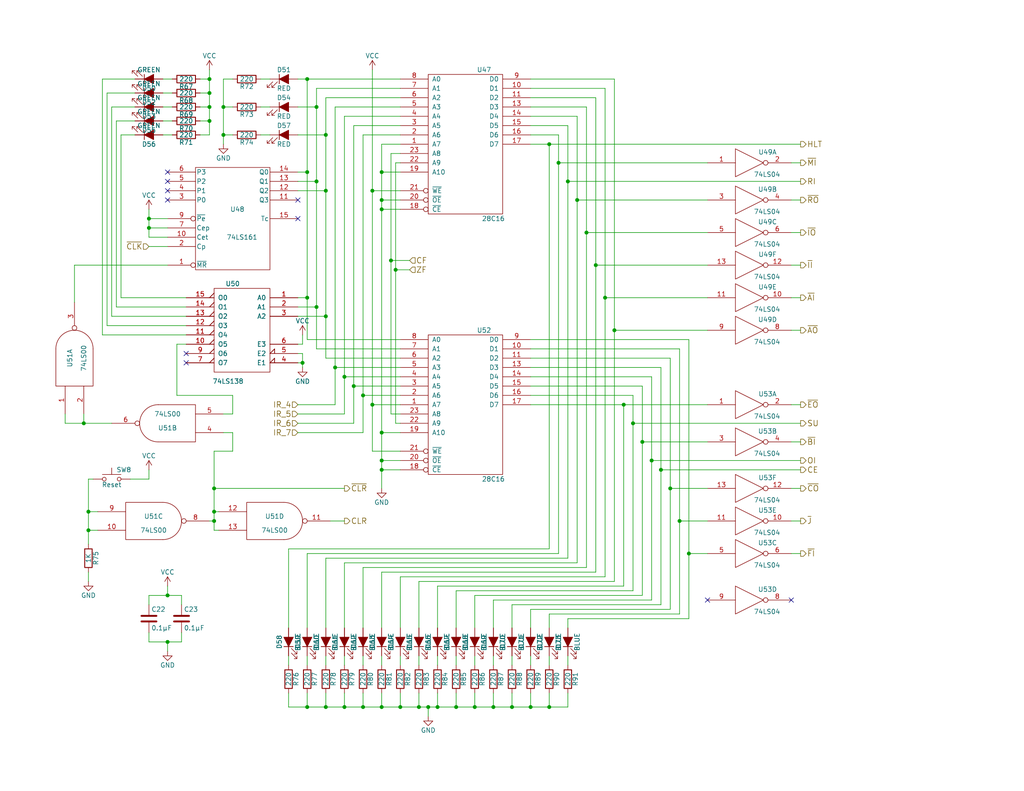
<source format=kicad_sch>
(kicad_sch (version 20230121) (generator eeschema)
  (paper "USLetter")
  (junction (at 167.64 90.17))
  (junction (at 86.36 83.82))
  (junction (at 83.82 193.04))
  (junction (at 139.7 193.04))
  (junction (at 149.86 193.04))
  (junction (at 45.72 175.26))
  (junction (at 57.15 25.4))
  (junction (at 83.82 21.59))
  (junction (at 93.98 193.04))
  (junction (at 124.46 193.04))
  (junction (at 152.4 44.45))
  (junction (at 185.42 142.24))
  (junction (at 180.34 128.27))
  (junction (at 86.36 49.53))
  (junction (at 22.86 115.57))
  (junction (at 86.36 29.21))
  (junction (at 160.02 63.5))
  (junction (at 60.96 29.21))
  (junction (at 88.9 36.83))
  (junction (at 93.98 102.87))
  (junction (at 106.68 71.12))
  (junction (at 104.14 128.27))
  (junction (at 104.14 125.73))
  (junction (at 45.72 162.56))
  (junction (at 165.1 81.28))
  (junction (at 60.96 36.83))
  (junction (at 157.48 54.61))
  (junction (at 99.06 107.95))
  (junction (at 58.42 142.24))
  (junction (at 172.72 115.57))
  (junction (at 88.9 52.07))
  (junction (at 109.22 193.04))
  (junction (at 82.55 99.06))
  (junction (at 182.88 133.35))
  (junction (at 119.38 193.04))
  (junction (at 170.18 110.49))
  (junction (at 58.42 133.35))
  (junction (at 40.64 59.69))
  (junction (at 40.64 62.23))
  (junction (at 129.54 193.04))
  (junction (at 24.13 144.78))
  (junction (at 99.06 193.04))
  (junction (at 162.56 72.39))
  (junction (at 91.44 100.33))
  (junction (at 104.14 118.11))
  (junction (at 57.15 21.59))
  (junction (at 101.6 52.07))
  (junction (at 57.15 33.02))
  (junction (at 88.9 193.04))
  (junction (at 134.62 193.04))
  (junction (at 149.86 39.37))
  (junction (at 187.96 151.13))
  (junction (at 96.52 105.41))
  (junction (at 88.9 86.36))
  (junction (at 24.13 139.7))
  (junction (at 83.82 46.99))
  (junction (at 154.94 49.53))
  (junction (at 58.42 139.7))
  (junction (at 104.14 57.15))
  (junction (at 107.95 73.66))
  (junction (at 116.84 193.04))
  (junction (at 114.3 193.04))
  (junction (at 57.15 29.21))
  (junction (at 104.14 193.04))
  (junction (at 144.78 193.04))
  (junction (at 104.14 54.61))
  (junction (at 83.82 81.28))
  (junction (at 104.14 46.99))
  (junction (at 175.26 120.65))
  (junction (at 177.8 125.73))
  (junction (at 101.6 110.49))
  (no_connect (at 45.72 52.07))
  (no_connect (at 45.72 49.53))
  (no_connect (at 45.72 54.61))
  (no_connect (at 50.8 99.06))
  (no_connect (at 81.28 59.69))
  (no_connect (at 50.8 96.52))
  (no_connect (at 193.04 163.83))
  (no_connect (at 81.28 54.61))
  (no_connect (at 215.9 163.83))
  (no_connect (at 45.72 46.99))
  (wire (pts (xy 49.53 175.26) (xy 49.53 172.72)))
  (wire (pts (xy 144.78 105.41) (xy 175.26 105.41)))
  (wire (pts (xy 175.26 120.65) (xy 175.26 162.56)))
  (wire (pts (xy 218.44 81.28) (xy 215.9 81.28)))
  (wire (pts (xy 104.14 39.37) (xy 104.14 46.99)))
  (wire (pts (xy 88.9 181.61) (xy 88.9 179.07)))
  (wire (pts (xy 144.78 171.45) (xy 144.78 166.37)))
  (wire (pts (xy 104.14 118.11) (xy 109.22 118.11)))
  (wire (pts (xy 88.9 152.4) (xy 154.94 152.4)))
  (wire (pts (xy 149.86 39.37) (xy 149.86 149.86)))
  (wire (pts (xy 187.96 151.13) (xy 193.04 151.13)))
  (wire (pts (xy 185.42 95.25) (xy 185.42 142.24)))
  (wire (pts (xy 99.06 36.83) (xy 99.06 107.95)))
  (wire (pts (xy 101.6 123.19) (xy 109.22 123.19)))
  (wire (pts (xy 99.06 36.83) (xy 109.22 36.83)))
  (wire (pts (xy 40.64 165.1) (xy 40.64 162.56)))
  (wire (pts (xy 109.22 193.04) (xy 114.3 193.04)))
  (wire (pts (xy 93.98 179.07) (xy 93.98 181.61)))
  (wire (pts (xy 83.82 189.23) (xy 83.82 193.04)))
  (wire (pts (xy 73.66 29.21) (xy 71.12 29.21)))
  (wire (pts (xy 116.84 195.58) (xy 116.84 193.04)))
  (wire (pts (xy 83.82 151.13) (xy 152.4 151.13)))
  (wire (pts (xy 129.54 193.04) (xy 134.62 193.04)))
  (wire (pts (xy 180.34 128.27) (xy 180.34 165.1)))
  (wire (pts (xy 29.21 25.4) (xy 36.83 25.4)))
  (wire (pts (xy 93.98 102.87) (xy 93.98 113.03)))
  (wire (pts (xy 114.3 179.07) (xy 114.3 181.61)))
  (wire (pts (xy 46.99 25.4) (xy 44.45 25.4)))
  (wire (pts (xy 187.96 92.71) (xy 187.96 151.13)))
  (wire (pts (xy 22.86 115.57) (xy 30.48 115.57)))
  (wire (pts (xy 57.15 33.02) (xy 54.61 33.02)))
  (wire (pts (xy 24.13 158.75) (xy 24.13 156.21)))
  (wire (pts (xy 215.9 110.49) (xy 218.44 110.49)))
  (wire (pts (xy 96.52 115.57) (xy 81.28 115.57)))
  (wire (pts (xy 60.96 21.59) (xy 60.96 29.21)))
  (wire (pts (xy 139.7 193.04) (xy 139.7 189.23)))
  (wire (pts (xy 83.82 21.59) (xy 109.22 21.59)))
  (wire (pts (xy 81.28 36.83) (xy 88.9 36.83)))
  (wire (pts (xy 218.44 142.24) (xy 215.9 142.24)))
  (wire (pts (xy 40.64 130.81) (xy 35.56 130.81)))
  (wire (pts (xy 218.44 120.65) (xy 215.9 120.65)))
  (wire (pts (xy 88.9 171.45) (xy 88.9 152.4)))
  (wire (pts (xy 93.98 153.67) (xy 157.48 153.67)))
  (wire (pts (xy 99.06 181.61) (xy 99.06 179.07)))
  (wire (pts (xy 109.22 26.67) (xy 88.9 26.67)))
  (wire (pts (xy 96.52 34.29) (xy 96.52 105.41)))
  (wire (pts (xy 167.64 21.59) (xy 167.64 90.17)))
  (wire (pts (xy 57.15 33.02) (xy 57.15 29.21)))
  (wire (pts (xy 144.78 102.87) (xy 177.8 102.87)))
  (wire (pts (xy 63.5 29.21) (xy 60.96 29.21)))
  (wire (pts (xy 83.82 21.59) (xy 83.82 46.99)))
  (wire (pts (xy 160.02 63.5) (xy 193.04 63.5)))
  (wire (pts (xy 49.53 162.56) (xy 49.53 165.1)))
  (wire (pts (xy 149.86 171.45) (xy 149.86 167.64)))
  (wire (pts (xy 81.28 83.82) (xy 86.36 83.82)))
  (wire (pts (xy 124.46 171.45) (xy 124.46 161.29)))
  (wire (pts (xy 144.78 29.21) (xy 160.02 29.21)))
  (wire (pts (xy 107.95 73.66) (xy 107.95 115.57)))
  (wire (pts (xy 40.64 57.15) (xy 40.64 59.69)))
  (wire (pts (xy 45.72 175.26) (xy 49.53 175.26)))
  (wire (pts (xy 86.36 29.21) (xy 86.36 49.53)))
  (wire (pts (xy 144.78 189.23) (xy 144.78 193.04)))
  (wire (pts (xy 88.9 193.04) (xy 93.98 193.04)))
  (wire (pts (xy 144.78 92.71) (xy 187.96 92.71)))
  (wire (pts (xy 119.38 171.45) (xy 119.38 160.02)))
  (wire (pts (xy 180.34 100.33) (xy 180.34 128.27)))
  (wire (pts (xy 82.55 99.06) (xy 82.55 100.33)))
  (wire (pts (xy 160.02 63.5) (xy 160.02 154.94)))
  (wire (pts (xy 111.76 71.12) (xy 106.68 71.12)))
  (wire (pts (xy 36.83 36.83) (xy 33.02 36.83)))
  (wire (pts (xy 57.15 36.83) (xy 57.15 33.02)))
  (wire (pts (xy 71.12 21.59) (xy 73.66 21.59)))
  (wire (pts (xy 144.78 179.07) (xy 144.78 181.61)))
  (wire (pts (xy 218.44 72.39) (xy 215.9 72.39)))
  (wire (pts (xy 25.4 130.81) (xy 24.13 130.81)))
  (wire (pts (xy 104.14 57.15) (xy 104.14 118.11)))
  (wire (pts (xy 83.82 81.28) (xy 83.82 92.71)))
  (wire (pts (xy 24.13 144.78) (xy 26.67 144.78)))
  (wire (pts (xy 106.68 113.03) (xy 109.22 113.03)))
  (wire (pts (xy 107.95 115.57) (xy 109.22 115.57)))
  (wire (pts (xy 157.48 54.61) (xy 193.04 54.61)))
  (wire (pts (xy 48.26 93.98) (xy 48.26 107.95)))
  (wire (pts (xy 81.28 99.06) (xy 82.55 99.06)))
  (wire (pts (xy 218.44 63.5) (xy 215.9 63.5)))
  (wire (pts (xy 109.22 193.04) (xy 109.22 189.23)))
  (wire (pts (xy 109.22 171.45) (xy 109.22 157.48)))
  (wire (pts (xy 63.5 113.03) (xy 60.96 113.03)))
  (wire (pts (xy 149.86 39.37) (xy 218.44 39.37)))
  (wire (pts (xy 185.42 142.24) (xy 185.42 167.64)))
  (wire (pts (xy 104.14 189.23) (xy 104.14 193.04)))
  (wire (pts (xy 119.38 193.04) (xy 119.38 189.23)))
  (wire (pts (xy 116.84 193.04) (xy 119.38 193.04)))
  (wire (pts (xy 78.74 193.04) (xy 78.74 189.23)))
  (wire (pts (xy 134.62 163.83) (xy 177.8 163.83)))
  (wire (pts (xy 152.4 44.45) (xy 152.4 151.13)))
  (wire (pts (xy 78.74 193.04) (xy 83.82 193.04)))
  (wire (pts (xy 215.9 44.45) (xy 218.44 44.45)))
  (wire (pts (xy 114.3 189.23) (xy 114.3 193.04)))
  (wire (pts (xy 83.82 179.07) (xy 83.82 181.61)))
  (wire (pts (xy 86.36 49.53) (xy 86.36 83.82)))
  (wire (pts (xy 24.13 130.81) (xy 24.13 139.7)))
  (wire (pts (xy 83.82 92.71) (xy 109.22 92.71)))
  (wire (pts (xy 160.02 29.21) (xy 160.02 63.5)))
  (wire (pts (xy 86.36 24.13) (xy 86.36 29.21)))
  (wire (pts (xy 144.78 21.59) (xy 167.64 21.59)))
  (wire (pts (xy 17.78 115.57) (xy 17.78 113.03)))
  (wire (pts (xy 109.22 157.48) (xy 165.1 157.48)))
  (wire (pts (xy 144.78 39.37) (xy 149.86 39.37)))
  (wire (pts (xy 129.54 181.61) (xy 129.54 179.07)))
  (wire (pts (xy 45.72 72.39) (xy 20.32 72.39)))
  (wire (pts (xy 48.26 107.95) (xy 63.5 107.95)))
  (wire (pts (xy 83.82 46.99) (xy 83.82 81.28)))
  (wire (pts (xy 114.3 193.04) (xy 116.84 193.04)))
  (wire (pts (xy 99.06 154.94) (xy 160.02 154.94)))
  (wire (pts (xy 134.62 179.07) (xy 134.62 181.61)))
  (wire (pts (xy 58.42 139.7) (xy 58.42 142.24)))
  (wire (pts (xy 36.83 29.21) (xy 30.48 29.21)))
  (wire (pts (xy 96.52 105.41) (xy 109.22 105.41)))
  (wire (pts (xy 58.42 144.78) (xy 59.69 144.78)))
  (wire (pts (xy 106.68 71.12) (xy 106.68 113.03)))
  (wire (pts (xy 149.86 167.64) (xy 185.42 167.64)))
  (wire (pts (xy 124.46 179.07) (xy 124.46 181.61)))
  (wire (pts (xy 109.22 181.61) (xy 109.22 179.07)))
  (wire (pts (xy 129.54 171.45) (xy 129.54 162.56)))
  (wire (pts (xy 50.8 88.9) (xy 29.21 88.9)))
  (wire (pts (xy 71.12 36.83) (xy 73.66 36.83)))
  (wire (pts (xy 33.02 36.83) (xy 33.02 81.28)))
  (wire (pts (xy 129.54 193.04) (xy 129.54 189.23)))
  (wire (pts (xy 40.64 67.31) (xy 45.72 67.31)))
  (wire (pts (xy 124.46 189.23) (xy 124.46 193.04)))
  (wire (pts (xy 157.48 31.75) (xy 157.48 54.61)))
  (wire (pts (xy 93.98 113.03) (xy 81.28 113.03)))
  (wire (pts (xy 175.26 120.65) (xy 193.04 120.65)))
  (wire (pts (xy 58.42 142.24) (xy 57.15 142.24)))
  (wire (pts (xy 144.78 95.25) (xy 185.42 95.25)))
  (wire (pts (xy 93.98 189.23) (xy 93.98 193.04)))
  (wire (pts (xy 144.78 110.49) (xy 170.18 110.49)))
  (wire (pts (xy 144.78 193.04) (xy 149.86 193.04)))
  (wire (pts (xy 24.13 139.7) (xy 26.67 139.7)))
  (wire (pts (xy 40.64 59.69) (xy 45.72 59.69)))
  (wire (pts (xy 134.62 193.04) (xy 139.7 193.04)))
  (wire (pts (xy 50.8 93.98) (xy 48.26 93.98)))
  (wire (pts (xy 154.94 168.91) (xy 187.96 168.91)))
  (wire (pts (xy 144.78 26.67) (xy 162.56 26.67)))
  (wire (pts (xy 175.26 105.41) (xy 175.26 120.65)))
  (wire (pts (xy 81.28 21.59) (xy 83.82 21.59)))
  (wire (pts (xy 30.48 86.36) (xy 50.8 86.36)))
  (wire (pts (xy 81.28 81.28) (xy 83.82 81.28)))
  (wire (pts (xy 78.74 181.61) (xy 78.74 179.07)))
  (wire (pts (xy 44.45 29.21) (xy 46.99 29.21)))
  (wire (pts (xy 109.22 29.21) (xy 91.44 29.21)))
  (wire (pts (xy 104.14 179.07) (xy 104.14 181.61)))
  (wire (pts (xy 101.6 110.49) (xy 101.6 123.19)))
  (wire (pts (xy 170.18 110.49) (xy 193.04 110.49)))
  (wire (pts (xy 31.75 33.02) (xy 31.75 83.82)))
  (wire (pts (xy 172.72 107.95) (xy 172.72 115.57)))
  (wire (pts (xy 104.14 54.61) (xy 104.14 57.15)))
  (wire (pts (xy 124.46 161.29) (xy 172.72 161.29)))
  (wire (pts (xy 81.28 86.36) (xy 88.9 86.36)))
  (wire (pts (xy 144.78 36.83) (xy 152.4 36.83)))
  (wire (pts (xy 78.74 149.86) (xy 78.74 171.45)))
  (wire (pts (xy 93.98 193.04) (xy 99.06 193.04)))
  (wire (pts (xy 57.15 21.59) (xy 57.15 19.05)))
  (wire (pts (xy 139.7 171.45) (xy 139.7 165.1)))
  (wire (pts (xy 101.6 52.07) (xy 101.6 110.49)))
  (wire (pts (xy 218.44 90.17) (xy 215.9 90.17)))
  (wire (pts (xy 114.3 158.75) (xy 167.64 158.75)))
  (wire (pts (xy 104.14 171.45) (xy 104.14 156.21)))
  (wire (pts (xy 111.76 73.66) (xy 107.95 73.66)))
  (wire (pts (xy 81.28 29.21) (xy 86.36 29.21)))
  (wire (pts (xy 149.86 149.86) (xy 78.74 149.86)))
  (wire (pts (xy 40.64 175.26) (xy 45.72 175.26)))
  (wire (pts (xy 101.6 19.05) (xy 101.6 52.07)))
  (wire (pts (xy 81.28 49.53) (xy 86.36 49.53)))
  (wire (pts (xy 104.14 46.99) (xy 109.22 46.99)))
  (wire (pts (xy 144.78 34.29) (xy 154.94 34.29)))
  (wire (pts (xy 144.78 100.33) (xy 180.34 100.33)))
  (wire (pts (xy 109.22 34.29) (xy 96.52 34.29)))
  (wire (pts (xy 93.98 142.24) (xy 90.17 142.24)))
  (wire (pts (xy 154.94 34.29) (xy 154.94 49.53)))
  (wire (pts (xy 129.54 162.56) (xy 175.26 162.56)))
  (wire (pts (xy 82.55 91.44) (xy 82.55 93.98)))
  (wire (pts (xy 91.44 100.33) (xy 91.44 110.49)))
  (wire (pts (xy 40.64 175.26) (xy 40.64 172.72)))
  (wire (pts (xy 24.13 139.7) (xy 24.13 144.78)))
  (wire (pts (xy 182.88 133.35) (xy 182.88 166.37)))
  (wire (pts (xy 157.48 54.61) (xy 157.48 153.67)))
  (wire (pts (xy 82.55 93.98) (xy 81.28 93.98)))
  (wire (pts (xy 177.8 125.73) (xy 177.8 163.83)))
  (wire (pts (xy 45.72 160.02) (xy 45.72 162.56)))
  (wire (pts (xy 134.62 171.45) (xy 134.62 163.83)))
  (wire (pts (xy 109.22 41.91) (xy 106.68 41.91)))
  (wire (pts (xy 81.28 52.07) (xy 88.9 52.07)))
  (wire (pts (xy 96.52 105.41) (xy 96.52 115.57)))
  (wire (pts (xy 86.36 83.82) (xy 86.36 95.25)))
  (wire (pts (xy 27.94 91.44) (xy 50.8 91.44)))
  (wire (pts (xy 109.22 128.27) (xy 104.14 128.27)))
  (wire (pts (xy 91.44 100.33) (xy 109.22 100.33)))
  (wire (pts (xy 93.98 31.75) (xy 93.98 102.87)))
  (wire (pts (xy 139.7 165.1) (xy 180.34 165.1)))
  (wire (pts (xy 104.14 125.73) (xy 104.14 128.27)))
  (wire (pts (xy 139.7 193.04) (xy 144.78 193.04)))
  (wire (pts (xy 83.82 193.04) (xy 88.9 193.04)))
  (wire (pts (xy 114.3 171.45) (xy 114.3 158.75)))
  (wire (pts (xy 154.94 179.07) (xy 154.94 181.61)))
  (wire (pts (xy 180.34 128.27) (xy 218.44 128.27)))
  (wire (pts (xy 93.98 133.35) (xy 58.42 133.35)))
  (wire (pts (xy 88.9 36.83) (xy 88.9 52.07)))
  (wire (pts (xy 119.38 181.61) (xy 119.38 179.07)))
  (wire (pts (xy 177.8 102.87) (xy 177.8 125.73)))
  (wire (pts (xy 63.5 21.59) (xy 60.96 21.59)))
  (wire (pts (xy 31.75 33.02) (xy 36.83 33.02)))
  (wire (pts (xy 58.42 142.24) (xy 58.42 144.78)))
  (wire (pts (xy 218.44 151.13) (xy 215.9 151.13)))
  (wire (pts (xy 30.48 29.21) (xy 30.48 86.36)))
  (wire (pts (xy 109.22 54.61) (xy 104.14 54.61)))
  (wire (pts (xy 17.78 115.57) (xy 22.86 115.57)))
  (wire (pts (xy 104.14 118.11) (xy 104.14 125.73)))
  (wire (pts (xy 218.44 54.61) (xy 215.9 54.61)))
  (wire (pts (xy 109.22 24.13) (xy 86.36 24.13)))
  (wire (pts (xy 139.7 181.61) (xy 139.7 179.07)))
  (wire (pts (xy 109.22 44.45) (xy 107.95 44.45)))
  (wire (pts (xy 27.94 21.59) (xy 27.94 91.44)))
  (wire (pts (xy 144.78 97.79) (xy 182.88 97.79)))
  (wire (pts (xy 104.14 128.27) (xy 104.14 133.35)))
  (wire (pts (xy 99.06 118.11) (xy 81.28 118.11)))
  (wire (pts (xy 88.9 97.79) (xy 109.22 97.79)))
  (wire (pts (xy 165.1 81.28) (xy 165.1 157.48)))
  (wire (pts (xy 20.32 72.39) (xy 20.32 82.55)))
  (wire (pts (xy 88.9 193.04) (xy 88.9 189.23)))
  (wire (pts (xy 107.95 44.45) (xy 107.95 73.66)))
  (wire (pts (xy 99.06 107.95) (xy 99.06 118.11)))
  (wire (pts (xy 182.88 133.35) (xy 193.04 133.35)))
  (wire (pts (xy 144.78 31.75) (xy 157.48 31.75)))
  (wire (pts (xy 162.56 72.39) (xy 162.56 156.21)))
  (wire (pts (xy 58.42 133.35) (xy 58.42 139.7)))
  (wire (pts (xy 45.72 162.56) (xy 49.53 162.56)))
  (wire (pts (xy 58.42 123.19) (xy 63.5 123.19)))
  (wire (pts (xy 124.46 193.04) (xy 129.54 193.04)))
  (wire (pts (xy 63.5 118.11) (xy 60.96 118.11)))
  (wire (pts (xy 86.36 95.25) (xy 109.22 95.25)))
  (wire (pts (xy 109.22 125.73) (xy 104.14 125.73)))
  (wire (pts (xy 149.86 181.61) (xy 149.86 179.07)))
  (wire (pts (xy 58.42 139.7) (xy 59.69 139.7)))
  (wire (pts (xy 99.06 171.45) (xy 99.06 154.94)))
  (wire (pts (xy 40.64 62.23) (xy 45.72 62.23)))
  (wire (pts (xy 149.86 193.04) (xy 154.94 193.04)))
  (wire (pts (xy 185.42 142.24) (xy 193.04 142.24)))
  (wire (pts (xy 144.78 166.37) (xy 182.88 166.37)))
  (wire (pts (xy 40.64 59.69) (xy 40.64 62.23)))
  (wire (pts (xy 104.14 193.04) (xy 109.22 193.04)))
  (wire (pts (xy 152.4 44.45) (xy 193.04 44.45)))
  (wire (pts (xy 83.82 171.45) (xy 83.82 151.13)))
  (wire (pts (xy 101.6 52.07) (xy 109.22 52.07)))
  (wire (pts (xy 36.83 21.59) (xy 27.94 21.59)))
  (wire (pts (xy 60.96 29.21) (xy 60.96 36.83)))
  (wire (pts (xy 29.21 88.9) (xy 29.21 25.4)))
  (wire (pts (xy 57.15 25.4) (xy 57.15 21.59)))
  (wire (pts (xy 149.86 193.04) (xy 149.86 189.23)))
  (wire (pts (xy 45.72 175.26) (xy 45.72 177.8)))
  (wire (pts (xy 82.55 96.52) (xy 82.55 99.06)))
  (wire (pts (xy 109.22 110.49) (xy 101.6 110.49)))
  (wire (pts (xy 40.64 162.56) (xy 45.72 162.56)))
  (wire (pts (xy 162.56 72.39) (xy 193.04 72.39)))
  (wire (pts (xy 134.62 189.23) (xy 134.62 193.04)))
  (wire (pts (xy 119.38 193.04) (xy 124.46 193.04)))
  (wire (pts (xy 91.44 29.21) (xy 91.44 100.33)))
  (wire (pts (xy 93.98 171.45) (xy 93.98 153.67)))
  (wire (pts (xy 88.9 26.67) (xy 88.9 36.83)))
  (wire (pts (xy 144.78 107.95) (xy 172.72 107.95)))
  (wire (pts (xy 162.56 26.67) (xy 162.56 72.39)))
  (wire (pts (xy 99.06 193.04) (xy 99.06 189.23)))
  (wire (pts (xy 99.06 193.04) (xy 104.14 193.04)))
  (wire (pts (xy 88.9 52.07) (xy 88.9 86.36)))
  (wire (pts (xy 165.1 81.28) (xy 193.04 81.28)))
  (wire (pts (xy 119.38 160.02) (xy 170.18 160.02)))
  (wire (pts (xy 40.64 64.77) (xy 45.72 64.77)))
  (wire (pts (xy 22.86 113.03) (xy 22.86 115.57)))
  (wire (pts (xy 91.44 110.49) (xy 81.28 110.49)))
  (wire (pts (xy 106.68 41.91) (xy 106.68 71.12)))
  (wire (pts (xy 154.94 193.04) (xy 154.94 189.23)))
  (wire (pts (xy 144.78 24.13) (xy 165.1 24.13)))
  (wire (pts (xy 154.94 49.53) (xy 218.44 49.53)))
  (wire (pts (xy 60.96 36.83) (xy 63.5 36.83)))
  (wire (pts (xy 40.64 128.27) (xy 40.64 130.81)))
  (wire (pts (xy 167.64 90.17) (xy 167.64 158.75)))
  (wire (pts (xy 63.5 123.19) (xy 63.5 118.11)))
  (wire (pts (xy 104.14 57.15) (xy 109.22 57.15)))
  (wire (pts (xy 165.1 24.13) (xy 165.1 81.28)))
  (wire (pts (xy 93.98 102.87) (xy 109.22 102.87)))
  (wire (pts (xy 93.98 31.75) (xy 109.22 31.75)))
  (wire (pts (xy 104.14 46.99) (xy 104.14 54.61)))
  (wire (pts (xy 218.44 133.35) (xy 215.9 133.35)))
  (wire (pts (xy 54.61 29.21) (xy 57.15 29.21)))
  (wire (pts (xy 88.9 86.36) (xy 88.9 97.79)))
  (wire (pts (xy 154.94 171.45) (xy 154.94 168.91)))
  (wire (pts (xy 54.61 21.59) (xy 57.15 21.59)))
  (wire (pts (xy 57.15 25.4) (xy 54.61 25.4)))
  (wire (pts (xy 24.13 144.78) (xy 24.13 148.59)))
  (wire (pts (xy 177.8 125.73) (xy 218.44 125.73)))
  (wire (pts (xy 57.15 29.21) (xy 57.15 25.4)))
  (wire (pts (xy 172.72 115.57) (xy 172.72 161.29)))
  (wire (pts (xy 182.88 97.79) (xy 182.88 133.35)))
  (wire (pts (xy 81.28 46.99) (xy 83.82 46.99)))
  (wire (pts (xy 152.4 36.83) (xy 152.4 44.45)))
  (wire (pts (xy 60.96 36.83) (xy 60.96 39.37)))
  (wire (pts (xy 54.61 36.83) (xy 57.15 36.83)))
  (wire (pts (xy 154.94 49.53) (xy 154.94 152.4)))
  (wire (pts (xy 63.5 107.95) (xy 63.5 113.03)))
  (wire (pts (xy 46.99 33.02) (xy 44.45 33.02)))
  (wire (pts (xy 99.06 107.95) (xy 109.22 107.95)))
  (wire (pts (xy 104.14 156.21) (xy 162.56 156.21)))
  (wire (pts (xy 44.45 21.59) (xy 46.99 21.59)))
  (wire (pts (xy 187.96 151.13) (xy 187.96 168.91)))
  (wire (pts (xy 58.42 123.19) (xy 58.42 133.35)))
  (wire (pts (xy 170.18 160.02) (xy 170.18 110.49)))
  (wire (pts (xy 172.72 115.57) (xy 218.44 115.57)))
  (wire (pts (xy 44.45 36.83) (xy 46.99 36.83)))
  (wire (pts (xy 81.28 96.52) (xy 82.55 96.52)))
  (wire (pts (xy 40.64 62.23) (xy 40.64 64.77)))
  (wire (pts (xy 33.02 81.28) (xy 50.8 81.28)))
  (wire (pts (xy 31.75 83.82) (xy 50.8 83.82)))
  (wire (pts (xy 104.14 39.37) (xy 109.22 39.37)))
  (wire (pts (xy 167.64 90.17) (xy 193.04 90.17)))
  (hierarchical_label "~{AI}" (shape output) (at 218.44 81.28 0) (effects (font (size 1.524 1.524))))
  (hierarchical_label "CF" (shape input) (at 111.76 71.12 0) (effects (font (size 1.524 1.524))))
  (hierarchical_label "~{IO}" (shape output) (at 218.44 63.5 0) (effects (font (size 1.524 1.524))))
  (hierarchical_label "~{BI}" (shape output) (at 218.44 120.65 0) (effects (font (size 1.524 1.524))))
  (hierarchical_label "~{RO}" (shape output) (at 218.44 54.61 0) (effects (font (size 1.524 1.524))))
  (hierarchical_label "~{MI}" (shape output) (at 218.44 44.45 0) (effects (font (size 1.524 1.524))))
  (hierarchical_label "~{J}" (shape output) (at 218.44 142.24 0) (effects (font (size 1.524 1.524))))
  (hierarchical_label "HLT" (shape output) (at 218.44 39.37 0) (effects (font (size 1.524 1.524))))
  (hierarchical_label "~{II}" (shape output) (at 218.44 72.39 0) (effects (font (size 1.524 1.524))))
  (hierarchical_label "~{FI}" (shape output) (at 218.44 151.13 0) (effects (font (size 1.524 1.524))))
  (hierarchical_label "~{CO}" (shape output) (at 218.44 133.35 0) (effects (font (size 1.524 1.524))))
  (hierarchical_label "IR_4" (shape input) (at 81.28 110.49 180) (effects (font (size 1.524 1.524))))
  (hierarchical_label "~{CLK}" (shape input) (at 40.64 67.31 180) (effects (font (size 1.524 1.524))))
  (hierarchical_label "ZF" (shape input) (at 111.76 73.66 0) (effects (font (size 1.524 1.524))))
  (hierarchical_label "~{EO}" (shape output) (at 218.44 110.49 0) (effects (font (size 1.524 1.524))))
  (hierarchical_label "~{CLR}" (shape output) (at 93.98 133.35 0) (effects (font (size 1.524 1.524))))
  (hierarchical_label "IR_7" (shape input) (at 81.28 118.11 180) (effects (font (size 1.524 1.524))))
  (hierarchical_label "RI" (shape output) (at 218.44 49.53 0) (effects (font (size 1.524 1.524))))
  (hierarchical_label "SU" (shape output) (at 218.44 115.57 0) (effects (font (size 1.524 1.524))))
  (hierarchical_label "IR_6" (shape input) (at 81.28 115.57 180) (effects (font (size 1.524 1.524))))
  (hierarchical_label "CLR" (shape output) (at 93.98 142.24 0) (effects (font (size 1.524 1.524))))
  (hierarchical_label "OI" (shape output) (at 218.44 125.73 0) (effects (font (size 1.524 1.524))))
  (hierarchical_label "CE" (shape output) (at 218.44 128.27 0) (effects (font (size 1.524 1.524))))
  (hierarchical_label "IR_5" (shape input) (at 81.28 113.03 180) (effects (font (size 1.524 1.524))))
  (hierarchical_label "~{AO}" (shape output) (at 218.44 90.17 0) (effects (font (size 1.524 1.524))))
  (symbol (lib_id "8bit-computer-rescue:74LS161-8bit-computer-rescue") (at 63.5 59.69 0) (unit 1)
    (property "Reference" "U48" (at 64.77 57.15 0))
    (property "Value" "74LS161" (at 66.04 64.77 0))
    (property "Footprint" "Package_DIP:DIP-16_W7.62mm" (effects hide))
  )
  (symbol (lib_id "8bit-computer-rescue:74LS138-8bit-computer-rescue") (at 66.04 90.17 0) (mirror y) (unit 1)
    (property "Reference" "U50" (at 63.5 77.47 0))
    (property "Value" "74LS138" (at 62.23 104.1146 0))
    (property "Footprint" "Package_DIP:DIP-16_W7.62mm" (effects hide))
  )
  (symbol (lib_id "8bit-computer-rescue:28C16-8bit-computer-rescue") (at 127 39.37 0) (unit 1)
    (property "Reference" "U47" (at 132.08 19.05 0))
    (property "Value" "28C16" (at 134.62 59.69 0))
    (property "Footprint" "Package_DIP:DIP-24_W15.24mm_Socket" (effects hide))
  )
  (symbol (lib_id "8bit-computer-rescue:28C16-8bit-computer-rescue") (at 127 110.49 0) (unit 1)
    (property "Reference" "U52" (at 132.08 90.17 0))
    (property "Value" "28C16" (at 134.62 130.81 0))
    (property "Footprint" "Package_DIP:DIP-24_W15.24mm_Socket" (effects hide))
  )
  (symbol (lib_id "8bit-computer-rescue:LED_ALT-Device") (at 78.74 175.26 90) (unit 1)
    (property "Reference" "D58" (at 76.2 175.26 0))
    (property "Value" "BLUE" (at 81.28 175.26 0))
    (property "Footprint" "LED_THT:LED_D5.0mm" (effects hide))
  )
  (symbol (lib_id "8bit-computer-rescue:LED_ALT-Device") (at 83.82 175.26 90) (unit 1)
    (property "Reference" "D59" (at 81.28 175.26 0))
    (property "Value" "BLUE" (at 86.36 175.26 0))
    (property "Footprint" "LED_THT:LED_D5.0mm" (effects hide))
  )
  (symbol (lib_id "8bit-computer-rescue:LED_ALT-Device") (at 88.9 175.26 90) (unit 1)
    (property "Reference" "D60" (at 86.36 175.26 0))
    (property "Value" "BLUE" (at 91.44 175.26 0))
    (property "Footprint" "LED_THT:LED_D5.0mm" (effects hide))
  )
  (symbol (lib_id "8bit-computer-rescue:LED_ALT-Device") (at 93.98 175.26 90) (unit 1)
    (property "Reference" "D61" (at 91.44 175.26 0))
    (property "Value" "BLUE" (at 96.52 175.26 0))
    (property "Footprint" "LED_THT:LED_D5.0mm" (effects hide))
  )
  (symbol (lib_id "8bit-computer-rescue:LED_ALT-Device") (at 99.06 175.26 90) (unit 1)
    (property "Reference" "D62" (at 96.52 175.26 0))
    (property "Value" "BLUE" (at 101.6 175.26 0))
    (property "Footprint" "LED_THT:LED_D5.0mm" (effects hide))
  )
  (symbol (lib_id "8bit-computer-rescue:LED_ALT-Device") (at 104.14 175.26 90) (unit 1)
    (property "Reference" "D63" (at 101.6 175.26 0))
    (property "Value" "BLUE" (at 106.68 175.26 0))
    (property "Footprint" "LED_THT:LED_D5.0mm" (effects hide))
  )
  (symbol (lib_id "8bit-computer-rescue:LED_ALT-Device") (at 109.22 175.26 90) (unit 1)
    (property "Reference" "D64" (at 106.68 175.26 0))
    (property "Value" "BLUE" (at 111.76 175.26 0))
    (property "Footprint" "LED_THT:LED_D5.0mm" (effects hide))
  )
  (symbol (lib_id "8bit-computer-rescue:LED_ALT-Device") (at 114.3 175.26 90) (unit 1)
    (property "Reference" "D65" (at 111.76 175.26 0))
    (property "Value" "BLUE" (at 116.84 175.26 0))
    (property "Footprint" "LED_THT:LED_D5.0mm" (effects hide))
  )
  (symbol (lib_id "8bit-computer-rescue:LED_ALT-Device") (at 119.38 175.26 90) (unit 1)
    (property "Reference" "D66" (at 116.84 175.26 0))
    (property "Value" "BLUE" (at 121.92 175.26 0))
    (property "Footprint" "LED_THT:LED_D5.0mm" (effects hide))
  )
  (symbol (lib_id "8bit-computer-rescue:LED_ALT-Device") (at 124.46 175.26 90) (unit 1)
    (property "Reference" "D67" (at 121.92 175.26 0))
    (property "Value" "BLUE" (at 127 175.26 0))
    (property "Footprint" "LED_THT:LED_D5.0mm" (effects hide))
  )
  (symbol (lib_id "8bit-computer-rescue:LED_ALT-Device") (at 129.54 175.26 90) (unit 1)
    (property "Reference" "D68" (at 127 175.26 0))
    (property "Value" "BLUE" (at 132.08 175.26 0))
    (property "Footprint" "LED_THT:LED_D5.0mm" (effects hide))
  )
  (symbol (lib_id "8bit-computer-rescue:LED_ALT-Device") (at 134.62 175.26 90) (unit 1)
    (property "Reference" "D69" (at 132.08 175.26 0))
    (property "Value" "BLUE" (at 137.16 175.26 0))
    (property "Footprint" "LED_THT:LED_D5.0mm" (effects hide))
  )
  (symbol (lib_id "8bit-computer-rescue:LED_ALT-Device") (at 139.7 175.26 90) (unit 1)
    (property "Reference" "D70" (at 137.16 175.26 0))
    (property "Value" "BLUE" (at 142.24 175.26 0))
    (property "Footprint" "LED_THT:LED_D5.0mm" (effects hide))
  )
  (symbol (lib_id "8bit-computer-rescue:LED_ALT-Device") (at 144.78 175.26 90) (unit 1)
    (property "Reference" "D71" (at 142.24 175.26 0))
    (property "Value" "BLUE" (at 147.32 175.26 0))
    (property "Footprint" "LED_THT:LED_D5.0mm" (effects hide))
  )
  (symbol (lib_id "8bit-computer-rescue:LED_ALT-Device") (at 149.86 175.26 90) (unit 1)
    (property "Reference" "D72" (at 147.32 175.26 0))
    (property "Value" "BLUE" (at 152.4 175.26 0))
    (property "Footprint" "LED_THT:LED_D5.0mm" (effects hide))
  )
  (symbol (lib_id "8bit-computer-rescue:LED_ALT-Device") (at 154.94 175.26 90) (unit 1)
    (property "Reference" "D73" (at 152.4 175.26 0))
    (property "Value" "BLUE" (at 157.48 175.26 0))
    (property "Footprint" "LED_THT:LED_D5.0mm" (effects hide))
  )
  (symbol (lib_id "8bit-computer-rescue:74LS04-8bit-computer-rescue") (at 204.47 44.45 0) (unit 1)
    (property "Reference" "U49" (at 209.423 41.529 0))
    (property "Value" "74LS04" (at 209.296 47.625 0))
    (property "Footprint" "Package_DIP:DIP-14_W7.62mm" (effects hide))
  )
  (symbol (lib_id "8bit-computer-rescue:74LS04-8bit-computer-rescue") (at 204.47 54.61 0) (unit 2)
    (property "Reference" "U49" (at 209.423 51.689 0))
    (property "Value" "74LS04" (at 209.296 57.785 0))
    (property "Footprint" "Package_DIP:DIP-14_W7.62mm" (effects hide))
  )
  (symbol (lib_id "8bit-computer-rescue:74LS04-8bit-computer-rescue") (at 204.47 63.5 0) (unit 3)
    (property "Reference" "U49" (at 209.423 60.579 0))
    (property "Value" "74LS04" (at 209.296 66.675 0))
    (property "Footprint" "Package_DIP:DIP-14_W7.62mm" (effects hide))
  )
  (symbol (lib_id "8bit-computer-rescue:74LS04-8bit-computer-rescue") (at 204.47 72.39 0) (unit 6)
    (property "Reference" "U49" (at 209.423 69.469 0))
    (property "Value" "74LS04" (at 209.296 75.565 0))
    (property "Footprint" "Package_DIP:DIP-14_W7.62mm" (effects hide))
  )
  (symbol (lib_id "8bit-computer-rescue:74LS04-8bit-computer-rescue") (at 204.47 81.28 0) (unit 5)
    (property "Reference" "U49" (at 209.423 78.359 0))
    (property "Value" "74LS04" (at 209.296 84.455 0))
    (property "Footprint" "Package_DIP:DIP-14_W7.62mm" (effects hide))
  )
  (symbol (lib_id "8bit-computer-rescue:74LS04-8bit-computer-rescue") (at 204.47 90.17 0) (unit 4)
    (property "Reference" "U49" (at 209.423 87.249 0))
    (property "Value" "74LS04" (at 209.296 93.345 0))
    (property "Footprint" "Package_DIP:DIP-14_W7.62mm" (effects hide))
  )
  (symbol (lib_id "8bit-computer-rescue:74LS04-8bit-computer-rescue") (at 204.47 110.49 0) (unit 1)
    (property "Reference" "U53" (at 209.423 107.569 0))
    (property "Value" "74LS04" (at 209.296 113.665 0))
    (property "Footprint" "Package_DIP:DIP-14_W7.62mm" (effects hide))
  )
  (symbol (lib_id "8bit-computer-rescue:74LS04-8bit-computer-rescue") (at 204.47 120.65 0) (unit 2)
    (property "Reference" "U53" (at 209.423 117.729 0))
    (property "Value" "74LS04" (at 209.296 123.825 0))
    (property "Footprint" "Package_DIP:DIP-14_W7.62mm" (effects hide))
  )
  (symbol (lib_id "8bit-computer-rescue:74LS04-8bit-computer-rescue") (at 204.47 133.35 0) (unit 6)
    (property "Reference" "U53" (at 209.423 130.429 0))
    (property "Value" "74LS04" (at 209.296 136.525 0))
    (property "Footprint" "Package_DIP:DIP-14_W7.62mm" (effects hide))
  )
  (symbol (lib_id "8bit-computer-rescue:74LS04-8bit-computer-rescue") (at 204.47 142.24 0) (unit 5)
    (property "Reference" "U53" (at 209.423 139.319 0))
    (property "Value" "74LS04" (at 209.296 145.415 0))
    (property "Footprint" "Package_DIP:DIP-14_W7.62mm" (effects hide))
  )
  (symbol (lib_id "8bit-computer-rescue:74LS04-8bit-computer-rescue") (at 204.47 151.13 0) (unit 3)
    (property "Reference" "U53" (at 209.423 148.209 0))
    (property "Value" "74LS04" (at 209.296 154.305 0))
    (property "Footprint" "Package_DIP:DIP-14_W7.62mm" (effects hide))
  )
  (symbol (lib_id "power:GND") (at 104.14 133.35 0) (unit 1)
    (property "Reference" "#PWR068" (effects hide))
    (property "Value" "GND" (at 104.14 137.16 0))
  )
  (symbol (lib_id "power:VCC") (at 101.6 19.05 0) (unit 1)
    (property "Reference" "#PWR069" (effects hide))
    (property "Value" "VCC" (at 101.6 15.24 0))
  )
  (symbol (lib_id "8bit-computer-rescue:74LS00-8bit-computer-rescue") (at 45.72 115.57 180) (unit 2)
    (property "Reference" "U51" (at 45.72 116.84 0))
    (property "Value" "74LS00" (at 45.72 113.03 0))
    (property "Footprint" "Package_DIP:DIP-14_W7.62mm" (effects hide))
  )
  (symbol (lib_id "8bit-computer-rescue:74LS00-8bit-computer-rescue") (at 20.32 97.79 90) (unit 1)
    (property "Reference" "U51" (at 19.05 97.79 0))
    (property "Value" "74LS00" (at 22.86 97.79 0))
    (property "Footprint" "Package_DIP:DIP-14_W7.62mm" (effects hide))
  )
  (symbol (lib_id "8bit-computer-rescue:74LS00-8bit-computer-rescue") (at 74.93 142.24 0) (unit 4)
    (property "Reference" "U51" (at 74.93 140.97 0))
    (property "Value" "74LS00" (at 74.93 144.78 0))
    (property "Footprint" "Package_DIP:DIP-14_W7.62mm" (effects hide))
  )
  (symbol (lib_id "8bit-computer-rescue:74LS00-8bit-computer-rescue") (at 41.91 142.24 0) (unit 3)
    (property "Reference" "U51" (at 41.91 140.97 0))
    (property "Value" "74LS00" (at 41.91 144.78 0))
    (property "Footprint" "Package_DIP:DIP-14_W7.62mm" (effects hide))
  )
  (symbol (lib_id "8bit-computer-rescue:SW_Push-8bit-computer-rescue") (at 30.48 130.81 0) (unit 1)
    (property "Reference" "SW8" (at 31.75 128.27 0) (effects (justify left)))
    (property "Value" "Reset" (at 30.48 132.334 0))
    (property "Footprint" "Button_Switch_THT:SW_PUSH_6mm_H5mm" (effects hide))
  )
  (symbol (lib_id "Device:R") (at 67.31 36.83 270) (unit 1)
    (property "Reference" "R74" (at 67.31 38.862 90))
    (property "Value" "220" (at 67.31 36.83 90))
    (property "Footprint" "Resistor_THT:R_Axial_DIN0207_L6.3mm_D2.5mm_P7.62mm_Horizontal" (effects hide))
  )
  (symbol (lib_id "power:GND") (at 24.13 158.75 0) (unit 1)
    (property "Reference" "#PWR070" (effects hide))
    (property "Value" "GND" (at 24.13 162.56 0))
  )
  (symbol (lib_id "power:VCC") (at 40.64 128.27 0) (unit 1)
    (property "Reference" "#PWR071" (effects hide))
    (property "Value" "VCC" (at 40.64 124.46 0))
  )
  (symbol (lib_id "power:VCC") (at 40.64 57.15 0) (unit 1)
    (property "Reference" "#PWR072" (effects hide))
    (property "Value" "VCC" (at 40.64 53.34 0))
  )
  (symbol (lib_id "Device:R") (at 24.13 152.4 0) (unit 1)
    (property "Reference" "R75" (at 26.162 152.4 90))
    (property "Value" "1K" (at 24.13 152.4 90))
    (property "Footprint" "Resistor_THT:R_Axial_DIN0207_L6.3mm_D2.5mm_P7.62mm_Horizontal" (effects hide))
  )
  (symbol (lib_id "Device:R") (at 78.74 185.42 0) (unit 1)
    (property "Reference" "R76" (at 80.772 185.42 90))
    (property "Value" "220" (at 78.74 185.42 90))
    (property "Footprint" "Resistor_THT:R_Axial_DIN0207_L6.3mm_D2.5mm_P7.62mm_Horizontal" (effects hide))
  )
  (symbol (lib_id "Device:R") (at 83.82 185.42 0) (unit 1)
    (property "Reference" "R77" (at 85.852 185.42 90))
    (property "Value" "220" (at 83.82 185.42 90))
    (property "Footprint" "Resistor_THT:R_Axial_DIN0207_L6.3mm_D2.5mm_P7.62mm_Horizontal" (effects hide))
  )
  (symbol (lib_id "Device:R") (at 88.9 185.42 0) (unit 1)
    (property "Reference" "R78" (at 90.932 185.42 90))
    (property "Value" "220" (at 88.9 185.42 90))
    (property "Footprint" "Resistor_THT:R_Axial_DIN0207_L6.3mm_D2.5mm_P7.62mm_Horizontal" (effects hide))
  )
  (symbol (lib_id "Device:R") (at 93.98 185.42 0) (unit 1)
    (property "Reference" "R79" (at 96.012 185.42 90))
    (property "Value" "220" (at 93.98 185.42 90))
    (property "Footprint" "Resistor_THT:R_Axial_DIN0207_L6.3mm_D2.5mm_P7.62mm_Horizontal" (effects hide))
  )
  (symbol (lib_id "Device:R") (at 99.06 185.42 0) (unit 1)
    (property "Reference" "R80" (at 101.092 185.42 90))
    (property "Value" "220" (at 99.06 185.42 90))
    (property "Footprint" "Resistor_THT:R_Axial_DIN0207_L6.3mm_D2.5mm_P7.62mm_Horizontal" (effects hide))
  )
  (symbol (lib_id "Device:R") (at 104.14 185.42 0) (unit 1)
    (property "Reference" "R81" (at 106.172 185.42 90))
    (property "Value" "220" (at 104.14 185.42 90))
    (property "Footprint" "Resistor_THT:R_Axial_DIN0207_L6.3mm_D2.5mm_P7.62mm_Horizontal" (effects hide))
  )
  (symbol (lib_id "Device:R") (at 109.22 185.42 0) (unit 1)
    (property "Reference" "R82" (at 111.252 185.42 90))
    (property "Value" "220" (at 109.22 185.42 90))
    (property "Footprint" "Resistor_THT:R_Axial_DIN0207_L6.3mm_D2.5mm_P7.62mm_Horizontal" (effects hide))
  )
  (symbol (lib_id "Device:R") (at 114.3 185.42 0) (unit 1)
    (property "Reference" "R83" (at 116.332 185.42 90))
    (property "Value" "220" (at 114.3 185.42 90))
    (property "Footprint" "Resistor_THT:R_Axial_DIN0207_L6.3mm_D2.5mm_P7.62mm_Horizontal" (effects hide))
  )
  (symbol (lib_id "Device:R") (at 119.38 185.42 0) (unit 1)
    (property "Reference" "R84" (at 121.412 185.42 90))
    (property "Value" "220" (at 119.38 185.42 90))
    (property "Footprint" "Resistor_THT:R_Axial_DIN0207_L6.3mm_D2.5mm_P7.62mm_Horizontal" (effects hide))
  )
  (symbol (lib_id "Device:R") (at 124.46 185.42 0) (unit 1)
    (property "Reference" "R85" (at 126.492 185.42 90))
    (property "Value" "220" (at 124.46 185.42 90))
    (property "Footprint" "Resistor_THT:R_Axial_DIN0207_L6.3mm_D2.5mm_P7.62mm_Horizontal" (effects hide))
  )
  (symbol (lib_id "Device:R") (at 129.54 185.42 0) (unit 1)
    (property "Reference" "R86" (at 131.572 185.42 90))
    (property "Value" "220" (at 129.54 185.42 90))
    (property "Footprint" "Resistor_THT:R_Axial_DIN0207_L6.3mm_D2.5mm_P7.62mm_Horizontal" (effects hide))
  )
  (symbol (lib_id "Device:R") (at 134.62 185.42 0) (unit 1)
    (property "Reference" "R87" (at 136.652 185.42 90))
    (property "Value" "220" (at 134.62 185.42 90))
    (property "Footprint" "Resistor_THT:R_Axial_DIN0207_L6.3mm_D2.5mm_P7.62mm_Horizontal" (effects hide))
  )
  (symbol (lib_id "Device:R") (at 139.7 185.42 0) (unit 1)
    (property "Reference" "R88" (at 141.732 185.42 90))
    (property "Value" "220" (at 139.7 185.42 90))
    (property "Footprint" "Resistor_THT:R_Axial_DIN0207_L6.3mm_D2.5mm_P7.62mm_Horizontal" (effects hide))
  )
  (symbol (lib_id "Device:R") (at 144.78 185.42 0) (unit 1)
    (property "Reference" "R89" (at 146.812 185.42 90))
    (property "Value" "220" (at 144.78 185.42 90))
    (property "Footprint" "Resistor_THT:R_Axial_DIN0207_L6.3mm_D2.5mm_P7.62mm_Horizontal" (effects hide))
  )
  (symbol (lib_id "Device:R") (at 149.86 185.42 0) (unit 1)
    (property "Reference" "R90" (at 151.892 185.42 90))
    (property "Value" "220" (at 149.86 185.42 90))
    (property "Footprint" "Resistor_THT:R_Axial_DIN0207_L6.3mm_D2.5mm_P7.62mm_Horizontal" (effects hide))
  )
  (symbol (lib_id "power:GND") (at 116.84 195.58 0) (unit 1)
    (property "Reference" "#PWR073" (effects hide))
    (property "Value" "GND" (at 116.84 199.39 0))
  )
  (symbol (lib_id "8bit-computer-rescue:LED_ALT-Device") (at 77.47 36.83 0) (unit 1)
    (property "Reference" "D57" (at 77.47 34.29 0))
    (property "Value" "RED" (at 77.47 39.37 0))
    (property "Footprint" "LED_THT:LED_D5.0mm" (effects hide))
  )
  (symbol (lib_id "8bit-computer-rescue:LED_ALT-Device") (at 77.47 29.21 0) (unit 1)
    (property "Reference" "D54" (at 77.47 26.67 0))
    (property "Value" "RED" (at 77.47 31.75 0))
    (property "Footprint" "LED_THT:LED_D5.0mm" (effects hide))
  )
  (symbol (lib_id "8bit-computer-rescue:LED_ALT-Device") (at 77.47 21.59 0) (unit 1)
    (property "Reference" "D51" (at 77.47 19.05 0))
    (property "Value" "RED" (at 77.47 24.13 0))
    (property "Footprint" "LED_THT:LED_D5.0mm" (effects hide))
  )
  (symbol (lib_id "Device:R") (at 50.8 21.59 270) (unit 1)
    (property "Reference" "R67" (at 50.8 23.622 90))
    (property "Value" "220" (at 50.8 21.59 90))
    (property "Footprint" "Resistor_THT:R_Axial_DIN0207_L6.3mm_D2.5mm_P7.62mm_Horizontal" (effects hide))
  )
  (symbol (lib_id "Device:R") (at 50.8 33.02 270) (unit 1)
    (property "Reference" "R70" (at 50.8 35.052 90))
    (property "Value" "220" (at 50.8 33.02 90))
    (property "Footprint" "Resistor_THT:R_Axial_DIN0207_L6.3mm_D2.5mm_P7.62mm_Horizontal" (effects hide))
  )
  (symbol (lib_id "Device:R") (at 67.31 29.21 270) (unit 1)
    (property "Reference" "R73" (at 67.31 31.242 90))
    (property "Value" "220" (at 67.31 29.21 90))
    (property "Footprint" "Resistor_THT:R_Axial_DIN0207_L6.3mm_D2.5mm_P7.62mm_Horizontal" (effects hide))
  )
  (symbol (lib_id "power:GND") (at 60.96 39.37 0) (unit 1)
    (property "Reference" "#PWR074" (effects hide))
    (property "Value" "GND" (at 60.96 43.18 0))
  )
  (symbol (lib_id "8bit-computer-rescue:LED_ALT-Device") (at 40.64 21.59 0) (mirror x) (unit 1)
    (property "Reference" "D50" (at 40.64 24.13 0))
    (property "Value" "GREEN" (at 40.64 19.05 0))
    (property "Footprint" "LED_THT:LED_D5.0mm" (effects hide))
  )
  (symbol (lib_id "8bit-computer-rescue:LED_ALT-Device") (at 40.64 25.4 0) (mirror x) (unit 1)
    (property "Reference" "D52" (at 40.64 27.94 0))
    (property "Value" "GREEN" (at 40.64 22.86 0))
    (property "Footprint" "LED_THT:LED_D5.0mm" (effects hide))
  )
  (symbol (lib_id "8bit-computer-rescue:LED_ALT-Device") (at 40.64 29.21 0) (mirror x) (unit 1)
    (property "Reference" "D53" (at 40.64 31.75 0))
    (property "Value" "GREEN" (at 40.64 26.67 0))
    (property "Footprint" "LED_THT:LED_D5.0mm" (effects hide))
  )
  (symbol (lib_id "8bit-computer-rescue:LED_ALT-Device") (at 40.64 33.02 0) (mirror x) (unit 1)
    (property "Reference" "D55" (at 40.64 35.56 0))
    (property "Value" "GREEN" (at 40.64 30.48 0))
    (property "Footprint" "LED_THT:LED_D5.0mm" (effects hide))
  )
  (symbol (lib_id "8bit-computer-rescue:LED_ALT-Device") (at 40.64 36.83 0) (mirror x) (unit 1)
    (property "Reference" "D56" (at 40.64 39.37 0))
    (property "Value" "GREEN" (at 40.64 34.29 0))
    (property "Footprint" "LED_THT:LED_D5.0mm" (effects hide))
  )
  (symbol (lib_id "Device:R") (at 154.94 185.42 0) (unit 1)
    (property "Reference" "R91" (at 156.972 185.42 90))
    (property "Value" "220" (at 154.94 185.42 90))
    (property "Footprint" "Resistor_THT:R_Axial_DIN0207_L6.3mm_D2.5mm_P7.62mm_Horizontal" (effects hide))
  )
  (symbol (lib_id "Device:R") (at 50.8 25.4 270) (unit 1)
    (property "Reference" "R68" (at 50.8 27.432 90))
    (property "Value" "220" (at 50.8 25.4 90))
    (property "Footprint" "Resistor_THT:R_Axial_DIN0207_L6.3mm_D2.5mm_P7.62mm_Horizontal" (effects hide))
  )
  (symbol (lib_id "Device:R") (at 50.8 29.21 270) (unit 1)
    (property "Reference" "R69" (at 50.8 31.242 90))
    (property "Value" "220" (at 50.8 29.21 90))
    (property "Footprint" "Resistor_THT:R_Axial_DIN0207_L6.3mm_D2.5mm_P7.62mm_Horizontal" (effects hide))
  )
  (symbol (lib_id "Device:R") (at 50.8 36.83 270) (unit 1)
    (property "Reference" "R71" (at 50.8 38.862 90))
    (property "Value" "220" (at 50.8 36.83 90))
    (property "Footprint" "Resistor_THT:R_Axial_DIN0207_L6.3mm_D2.5mm_P7.62mm_Horizontal" (effects hide))
  )
  (symbol (lib_id "Device:R") (at 67.31 21.59 270) (unit 1)
    (property "Reference" "R72" (at 67.31 23.622 90))
    (property "Value" "220" (at 67.31 21.59 90))
    (property "Footprint" "Resistor_THT:R_Axial_DIN0207_L6.3mm_D2.5mm_P7.62mm_Horizontal" (effects hide))
  )
  (symbol (lib_id "power:VCC") (at 82.55 91.44 0) (unit 1)
    (property "Reference" "#PWR075" (effects hide))
    (property "Value" "VCC" (at 82.55 87.63 0))
  )
  (symbol (lib_id "power:GND") (at 82.55 100.33 0) (unit 1)
    (property "Reference" "#PWR076" (effects hide))
    (property "Value" "GND" (at 82.55 104.14 0))
  )
  (symbol (lib_id "8bit-computer-rescue:74LS04-8bit-computer-rescue") (at 204.47 163.83 0) (unit 4)
    (property "Reference" "U53" (at 209.423 160.909 0))
    (property "Value" "74LS04" (at 209.296 167.005 0))
    (property "Footprint" "Package_DIP:DIP-14_W7.62mm" (effects hide))
  )
  (symbol (lib_id "Device:C") (at 40.64 168.91 0) (unit 1)
    (property "Reference" "C22" (at 41.275 166.37 0) (effects (justify left)))
    (property "Value" "0.1µF" (at 41.275 171.45 0) (effects (justify left)))
    (property "Footprint" "Capacitor_THT:C_Disc_D4.3mm_W1.9mm_P5.00mm" (effects hide))
  )
  (symbol (lib_id "power:VCC") (at 45.72 160.02 0) (unit 1)
    (property "Reference" "#PWR077" (effects hide))
    (property "Value" "VCC" (at 45.72 156.21 0))
  )
  (symbol (lib_id "power:GND") (at 45.72 177.8 0) (unit 1)
    (property "Reference" "#PWR078" (effects hide))
    (property "Value" "GND" (at 45.72 181.61 0))
  )
  (symbol (lib_id "Device:C") (at 49.53 168.91 0) (unit 1)
    (property "Reference" "C23" (at 50.165 166.37 0) (effects (justify left)))
    (property "Value" "0.1µF" (at 50.165 171.45 0) (effects (justify left)))
    (property "Footprint" "Capacitor_THT:C_Disc_D4.3mm_W1.9mm_P5.00mm" (effects hide))
  )
  (symbol (lib_id "power:VCC") (at 57.15 19.05 0) (unit 1)
    (property "Reference" "#PWR079" (effects hide))
    (property "Value" "VCC" (at 57.15 15.24 0))
  )
)
</source>
